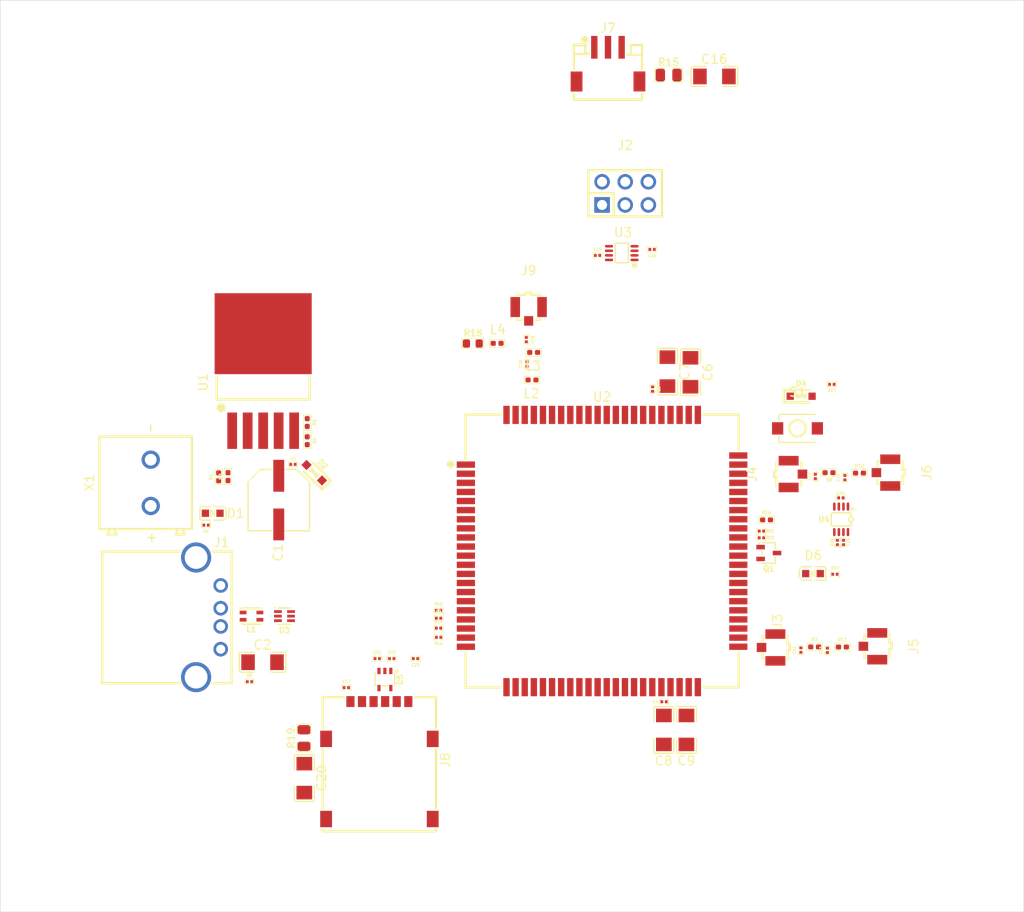
<source format=kicad_pcb>
(kicad_pcb (version 20241229) (generator "pcbnew") (generator_version "9.0")
  (layers (0 "F.Cu" signal) (4 "In1.Cu" signal) (6 "In2.Cu" signal) (2 "B.Cu" signal) (13 "F.Paste" user) (15 "B.Paste" user) (5 "F.SilkS" user "F.Silkscreen") (7 "B.SilkS" user "B.Silkscreen") (1 "F.Mask" user) (3 "B.Mask" user) (25 "Edge.Cuts" user))
  (net 0 "")
  (net 1 "/VDD_COMM")
  (net 2 "GND")
  (net 3 "Earth_USB")
  (net 4 "VDD_3V3")
  (net 5 "Net-(C11-Pad2)")
  (net 6 "Net-(C12-Pad2)")
  (net 7 "Net-(C13-Pad2)")
  (net 8 "Net-(C14-Pad2)")
  (net 9 "/1V8_COMM")
  (net 10 "Earth_UART")
  (net 11 "/SIM_VCC")
  (net 12 "Net-(C18-Pad2)")
  (net 13 "/GNSS_ANT")
  (net 14 "Net-(C19-Pad2)")
  (net 15 "Earth_SIM")
  (net 16 "/SIM_RST")
  (net 17 "/SIM_CLK")
  (net 18 "/SIM_DATA")
  (net 19 "Net-(D1-A)")
  (net 20 "Net-(D3-I{slash}O2-Pad3)")
  (net 21 "/D+_COMM")
  (net 22 "/VBUS")
  (net 23 "Net-(D3-I{slash}O1-Pad1)")
  (net 24 "/D-_COMM")
  (net 25 "Net-(D4-A)")
  (net 26 "Net-(D6-C)")
  (net 27 "Net-(D6-A)")
  (net 28 "/D-")
  (net 29 "/D+")
  (net 30 "/M_RX_S_TX")
  (net 31 "/M_TX_S_RX_HOST")
  (net 32 "/M_TX_S_RX_OUT")
  (net 33 "/M_RX_S_TX_HOST")
  (net 34 "/M_RX_S_TX_OUT")
  (net 35 "/M_TX_S_RX")
  (net 36 "/MAIN_ANT")
  (net 37 "/AUX_ANT")
  (net 38 "Net-(J5-Pad1)_1")
  (net 39 "Net-(J6-Pad1)_1")
  (net 41 "Net-(L4-Pad2)")
  (net 42 "/NETFLIGHT")
  (net 43 "Net-(U1-EN)")
  (net 44 "/EN")
  (net 45 "Net-(U1-ADJ)")
  (net 46 "Net-(U2A-USIM_RST)")
  (net 47 "Net-(U2A-USIM_VDD)")
  (net 48 "Net-(U2A-USIM_DATA)")
  (net 49 "Net-(U2A-USIM_CLK)")
  (net 50 "Net-(U2A-FLIGHTMODE)")
  (net 51 "Net-(R17-Pad1)")
  (net 52 "Net-(U4-OE)")
  (net 53 "/M_RX_S_TX_1V8")
  (net 59 "Net-(U2A-CTS)")
  (net 62 "Net-(U2A-DCD)")
  (net 64 "Net-(U2A-RTS)")
  (net 67 "/NETLIGHT")
  (net 69 "/M_TX_S_RX_1V8")
  (net 71 "/COMM_SDA")
  (net 77 "Net-(U2A-RI)")
  (net 80 "/COMM_SCL")
  (net 85 "Net-(U2A-DTR)")
  (net 92 "/nRST")
  (net 100 "Net-(U2A-STATUS)")
  (net 103 "/SDA")
  (net 104 "/SCL")
  (footprint "pepy_sym_lib:[RES_SMD_0805_2012Metric]" (layer "F.Cu") (at 63.32 95.29 90)
    (property "Reference" "R19" (at 0 -1.41 90) (layer "F.SilkS") (effects (font (size 0.8 0.8))))
    (property "Value" "0805W8F1004T5E" (hide yes))
    (pad "1" smd roundrect (at -0.9125 0 90) (size 1.025 1.4) (layers "F.Cu" "F.Mask" "F.Paste") (roundrect_rratio 0.243902) (net 15 "Earth_SIM"))
    (pad "2" smd roundrect (at 0.9125 0 90) (size 1.025 1.4) (layers "F.Cu" "F.Mask" "F.Paste") (roundrect_rratio 0.243902) (net 2 "GND"))
  )
  (footprint "pepy_sym_lib:[ESD_PROT]WILLSEMI ESD56151W05-2TR" (layer "F.Cu") (at 117.89 57.75)
    (property "Reference" "D4" (at 0 -1.41 0) (layer "F.SilkS") (effects (font (size 0.6 0.6))))
    (property "Value" "ESD56151W05" (hide yes))
    (pad "1" smd rect (at -1.2 0) (size 0.8 0.8) (layers "F.Cu" "F.Mask" "F.Paste") (net 2 "GND"))
    (pad "2" smd rect (at 1.2 0) (size 0.8 0.8) (layers "F.Cu" "F.Mask" "F.Paste") (net 25 "Net-(D4-A)"))
  )
  (footprint "pepy_sym_lib:[IND_SMD_0402_1005Metric]" (layer "F.Cu") (at 84.539705 51.93793)
    (property "Reference" "L4" (at 0.05 -1.5 0) (layer "F.SilkS"))
    (property "Value" "LQG15HS3N0S02D")
    (pad "1" smd roundrect (at -0.449705 0.004141) (size 0.57 0.54) (layers "F.Cu" "F.Mask" "F.Paste") (net 14 "Net-(C19-Pad2)"))
    (pad "2" smd roundrect (at 0.410295 0.004141) (size 0.57 0.54) (layers "F.Cu" "F.Mask" "F.Paste") (net 41 "Net-(L4-Pad2)"))
  )
  (footprint "pepy_sym_lib:[USB_A_4P_RA_FEMALE]XUNPU USB-231-ARY" (layer "F.Cu") (at 52.83 82.03 -90)
    (property "Reference" "J1" (at -8.23 -1.45 0) (layer "F.SilkS"))
    (property "Value" "USB-231-ARY" (hide yes))
    (pad "1" thru_hole circle (at -3.5 -1.35 270) (size 1.6 1.6) (drill 0.999998) (layers "*.Cu" "*.Mask") (net 22 "/VBUS"))
    (pad "2" thru_hole circle (at -1 -1.35 270) (size 1.6 1.6) (drill 0.999998) (layers "*.Cu" "*.Mask") (net 28 "/D-"))
    (pad "3" thru_hole circle (at 1 -1.35 270) (size 1.6 1.6) (drill 0.999998) (layers "*.Cu" "*.Mask") (net 29 "/D+"))
    (pad "4" thru_hole circle (at 3.5 -1.35 270) (size 1.6 1.6) (drill 0.999998) (layers "*.Cu" "*.Mask") (net 2 "GND"))
    (pad "5" thru_hole circle (at -6.57 1.35 270) (size 3.3 3.3) (drill 2.50002) (layers "*.Cu" "*.Mask") (net 3 "Earth_USB"))
    (pad "6" thru_hole circle (at 6.57 1.35 270) (size 3.3 3.3) (drill 2.50002) (layers "*.Cu" "*.Mask") (net 3 "Earth_USB"))
  )
  (footprint "pepy_sym_lib:[U_SIM]XUNPU SMN-305-ARP7" (layer "F.Cu") (at 71.6 97.73)
    (property "Reference" "J8" (at 7.24 0.01 90) (layer "F.SilkS"))
    (property "Value" "SMN-305-ARP7" (hide yes))
    (pad "1" smd rect (at -3.18 -6.45) (size 0.9 1.2) (layers "F.Cu" "F.Mask" "F.Paste") (net 11 "/SIM_VCC"))
    (pad "2" smd rect (at -0.64 -6.45) (size 0.9 1.2) (layers "F.Cu" "F.Mask" "F.Paste") (net 16 "/SIM_RST"))
    (pad "3" smd rect (at 1.9 -6.45) (size 0.9 1.2) (layers "F.Cu" "F.Mask" "F.Paste") (net 17 "/SIM_CLK"))
    (pad "5" smd rect (at -1.91 -6.45) (size 0.9 1.2) (layers "F.Cu" "F.Mask" "F.Paste") (net 2 "GND"))
    (pad "6" smd rect (at 0.63 -6.45) (size 0.9 1.2) (layers "F.Cu" "F.Mask" "F.Paste"))
    (pad "7" smd rect (at 3.17 -6.45) (size 0.9 1.2) (layers "F.Cu" "F.Mask" "F.Paste") (net 18 "/SIM_DATA"))
    (pad "8" smd rect (at -5.85 6.45) (size 1.3 1.8) (layers "F.Cu" "F.Mask" "F.Paste") (net 15 "Earth_SIM"))
    (pad "9" smd rect (at -5.85 -2.35) (size 1.3 1.8) (layers "F.Cu" "F.Mask" "F.Paste") (net 15 "Earth_SIM"))
    (pad "10" smd rect (at 5.85 -2.35) (size 1.3 1.8) (layers "F.Cu" "F.Mask" "F.Paste") (net 15 "Earth_SIM"))
    (pad "11" smd rect (at 5.85 6.45) (size 1.3 1.8) (layers "F.Cu" "F.Mask" "F.Paste") (net 15 "Earth_SIM"))
  )
  (footprint "pepy_sym_lib:[CAP_SMD_1206_3216Metric]" (layer "F.Cu") (at 105.74 55.12 -90)
    (property "Reference" "C6" (at 0 -1.9 270) (layer "F.SilkS"))
    (property "Value" "CL31A107MQHNNNE" (hide yes))
    (pad "1" smd rect (at -1.59 0 270) (size 1.49 1.73) (layers "F.Cu" "F.Mask" "F.Paste") (net 2 "GND"))
    (pad "2" smd rect (at 1.59 0 270) (size 1.49 1.73) (layers "F.Cu" "F.Mask" "F.Paste") (net 1 "/VDD_COMM"))
  )
  (footprint "pepy_sym_lib:[CAP_SMD_0201_0603Metric]" (layer "F.Cu") (at 119.45 66.56 90)
    (property "Reference" "C12" (at 0 -0.7 90) (layer "F.SilkS") (effects (font (size 0.3 0.3) (thickness 0.075) (bold yes))))
    (property "Value" "GRM0335C1H100JA01D" (hide yes))
    (pad "1" smd rect (at -0.24 0 90) (size 0.3 0.32) (layers "F.Cu" "F.Mask" "F.Paste") (net 2 "GND"))
    (pad "2" smd rect (at 0.24 0 90) (size 0.3 0.32) (layers "F.Cu" "F.Mask" "F.Paste") (net 6 "Net-(C12-Pad2)"))
  )
  (footprint "pepy_sym_lib:[GSM_3G_LTE]SIMCom Wireless Solutions SIM7600E" (layer "F.Cu") (at 96.04 74.749482)
    (property "Reference" "U2" (at 0 -16.939482 0) (layer "F.SilkS"))
    (property "Value" "SIM7600E")
    (pad "1" smd rect (at -14.95 -9.49) (size 2 0.7) (layers "F.Cu" "F.Mask" "F.Paste") (net 2 "GND"))
    (pad "2" smd rect (at -14.95 -8.49) (size 2 0.7) (layers "F.Cu" "F.Mask" "F.Paste") (net 2 "GND"))
    (pad "3" smd rect (at -14.95 -7.49) (size 2 0.7) (layers "F.Cu" "F.Mask" "F.Paste") (net 2 "GND"))
    (pad "4" smd rect (at -14.95 -6.49) (size 2 0.7) (layers "F.Cu" "F.Mask" "F.Paste") (net 92 "/nRST"))
    (pad "5" smd rect (at -14.95 -5.49) (size 2 0.7) (layers "F.Cu" "F.Mask" "F.Paste") (net 2 "GND"))
    (pad "6" smd rect (at -14.95 -4.49) (size 2 0.7) (layers "F.Cu" "F.Mask" "F.Paste"))
    (pad "7" smd rect (at -14.95 -3.49) (size 2 0.7) (layers "F.Cu" "F.Mask" "F.Paste"))
    (pad "8" smd rect (at -14.95 -2.49) (size 2 0.7) (layers "F.Cu" "F.Mask" "F.Paste"))
    (pad "9" smd rect (at -14.95 -1.49) (size 2 0.7) (layers "F.Cu" "F.Mask" "F.Paste"))
    (pad "10" smd rect (at -14.95 -0.49) (size 2 0.7) (layers "F.Cu" "F.Mask" "F.Paste") (net 2 "GND"))
    (pad "11" smd rect (at -14.95 0.51) (size 2 0.7) (layers "F.Cu" "F.Mask" "F.Paste") (net 22 "/VBUS"))
    (pad "12" smd rect (at -14.95 1.51) (size 2 0.7) (layers "F.Cu" "F.Mask" "F.Paste") (net 24 "/D-_COMM"))
    (pad "13" smd rect (at -14.95 2.51) (size 2 0.7) (layers "F.Cu" "F.Mask" "F.Paste") (net 21 "/D+_COMM"))
    (pad "14" smd rect (at -14.95 3.51) (size 2 0.7) (layers "F.Cu" "F.Mask" "F.Paste") (net 2 "GND"))
    (pad "15" smd rect (at -14.95 4.51) (size 2 0.7) (layers "F.Cu" "F.Mask" "F.Paste") (net 9 "/1V8_COMM"))
    (pad "16" smd rect (at -14.95 5.51) (size 2 0.7) (layers "F.Cu" "F.Mask" "F.Paste"))
    (pad "17" smd rect (at -14.95 6.51) (size 2 0.7) (layers "F.Cu" "F.Mask" "F.Paste") (net 48 "Net-(U2A-USIM_DATA)"))
    (pad "18" smd rect (at -14.95 7.51) (size 2 0.7) (layers "F.Cu" "F.Mask" "F.Paste") (net 46 "Net-(U2A-USIM_RST)"))
    (pad "19" smd rect (at -14.95 8.51) (size 2 0.7) (layers "F.Cu" "F.Mask" "F.Paste") (net 49 "Net-(U2A-USIM_CLK)"))
    (pad "20" smd rect (at -14.95 9.51) (size 2 0.7) (layers "F.Cu" "F.Mask" "F.Paste") (net 47 "Net-(U2A-USIM_VDD)"))
    (pad "21" smd rect (at -9.49 14.95) (size 0.7 2) (layers "F.Cu" "F.Mask" "F.Paste"))
    (pad "22" smd rect (at -8.49 14.95) (size 0.7 2) (layers "F.Cu" "F.Mask" "F.Paste"))
    (pad "23" smd rect (at -7.49 14.95) (size 0.7 2) (layers "F.Cu" "F.Mask" "F.Paste"))
    (pad "24" smd rect (at -6.49 14.95) (size 0.7 2) (layers "F.Cu" "F.Mask" "F.Paste"))
    (pad "25" smd rect (at -5.49 14.95) (size 0.7 2) (layers "F.Cu" "F.Mask" "F.Paste"))
    (pad "26" smd rect (at -4.49 14.95) (size 0.7 2) (layers "F.Cu" "F.Mask" "F.Paste"))
    (pad "27" smd rect (at -3.49 14.95) (size 0.7 2) (layers "F.Cu" "F.Mask" "F.Paste"))
    (pad "28" smd rect (at -2.49 14.95) (size 0.7 2) (layers "F.Cu" "F.Mask" "F.Paste"))
    (pad "29" smd rect (at -1.49 14.95) (size 0.7 2) (layers "F.Cu" "F.Mask" "F.Paste"))
    (pad "30" smd rect (at -0.49 14.95) (size 0.7 2) (layers "F.Cu" "F.Mask" "F.Paste"))
    (pad "31" smd rect (at 0.51 14.95) (size 0.7 2) (layers "F.Cu" "F.Mask" "F.Paste"))
    (pad "32" smd rect (at 1.51 14.95) (size 0.7 2) (layers "F.Cu" "F.Mask" "F.Paste"))
    (pad "33" smd rect (at 2.51 14.95) (size 0.7 2) (layers "F.Cu" "F.Mask" "F.Paste"))
    (pad "34" smd rect (at 3.51 14.95) (size 0.7 2) (layers "F.Cu" "F.Mask" "F.Paste"))
    (pad "35" smd rect (at 4.51 14.95) (size 0.7 2) (layers "F.Cu" "F.Mask" "F.Paste"))
    (pad "36" smd rect (at 5.51 14.95) (size 0.7 2) (layers "F.Cu" "F.Mask" "F.Paste"))
    (pad "37" smd rect (at 6.51 14.95) (size 0.7 2) (layers "F.Cu" "F.Mask" "F.Paste") (net 2 "GND"))
    (pad "38" smd rect (at 7.51 14.95) (size 0.7 2) (layers "F.Cu" "F.Mask" "F.Paste") (net 1 "/VDD_COMM"))
    (pad "39" smd rect (at 8.51 14.95) (size 0.7 2) (layers "F.Cu" "F.Mask" "F.Paste") (net 1 "/VDD_COMM"))
    (pad "40" smd rect (at 9.51 14.95) (size 0.7 2) (layers "F.Cu" "F.Mask" "F.Paste") (net 2 "GND"))
    (pad "41" smd rect (at 14.95 9.51) (size 2 0.7) (layers "F.Cu" "F.Mask" "F.Paste") (net 2 "GND"))
    (pad "42" smd rect (at 14.95 8.51) (size 2 0.7) (layers "F.Cu" "F.Mask" "F.Paste"))
    (pad "43" smd rect (at 14.95 7.51) (size 2 0.7) (layers "F.Cu" "F.Mask" "F.Paste") (net 2 "GND"))
    (pad "44" smd rect (at 14.95 6.51) (size 2 0.7) (layers "F.Cu" "F.Mask" "F.Paste"))
    (pad "45" smd rect (at 14.95 5.51) (size 2 0.7) (layers "F.Cu" "F.Mask" "F.Paste"))
    (pad "46" smd rect (at 14.95 4.51) (size 2 0.7) (layers "F.Cu" "F.Mask" "F.Paste"))
    (pad "47" smd rect (at 14.95 3.51) (size 2 0.7) (layers "F.Cu" "F.Mask" "F.Paste"))
    (pad "48" smd rect (at 14.95 2.51) (size 2 0.7) (layers "F.Cu" "F.Mask" "F.Paste"))
    (pad "49" smd rect (at 14.95 1.51) (size 2 0.7) (layers "F.Cu" "F.Mask" "F.Paste") (net 100 "Net-(U2A-STATUS)"))
    (pad "50" smd rect (at 14.95 0.51) (size 2 0.7) (layers "F.Cu" "F.Mask" "F.Paste"))
    (pad "51" smd rect (at 14.95 -0.49) (size 2 0.7) (layers "F.Cu" "F.Mask" "F.Paste") (net 67 "/NETLIGHT"))
    (pad "52" smd rect (at 14.95 -1.49) (size 2 0.7) (layers "F.Cu" "F.Mask" "F.Paste"))
    (pad "53" smd rect (at 14.95 -2.49) (size 2 0.7) (layers "F.Cu" "F.Mask" "F.Paste"))
    (pad "54" smd rect (at 14.95 -3.49) (size 2 0.7) (layers "F.Cu" "F.Mask" "F.Paste") (net 50 "Net-(U2A-FLIGHTMODE)"))
    (pad "55" smd rect (at 14.95 -4.49) (size 2 0.7) (layers "F.Cu" "F.Mask" "F.Paste") (net 80 "/COMM_SCL"))
    (pad "56" smd rect (at 14.95 -5.49) (size 2 0.7) (layers "F.Cu" "F.Mask" "F.Paste") (net 71 "/COMM_SDA"))
    (pad "57" smd rect (at 14.95 -6.49) (size 2 0.7) (layers "F.Cu" "F.Mask" "F.Paste") (net 2 "GND"))
    (pad "58" smd rect (at 14.95 -7.49) (size 2 0.7) (layers "F.Cu" "F.Mask" "F.Paste") (net 2 "GND"))
    (pad "59" smd rect (at 14.95 -8.49) (size 2 0.7) (layers "F.Cu" "F.Mask" "F.Paste") (net 37 "/AUX_ANT"))
    (pad "60" smd rect (at 14.95 -9.49) (size 2 0.7) (layers "F.Cu" "F.Mask" "F.Paste") (net 2 "GND"))
    (pad "61" smd rect (at 9.51 -14.95 90) (size 2 0.7) (layers "F.Cu" "F.Mask" "F.Paste") (net 2 "GND"))
    (pad "62" smd rect (at 8.51 -14.95 90) (size 2 0.7) (layers "F.Cu" "F.Mask" "F.Paste") (net 1 "/VDD_COMM"))
    (pad "63" smd rect (at 7.51 -14.95 90) (size 2 0.7) (layers "F.Cu" "F.Mask" "F.Paste") (net 1 "/VDD_COMM"))
    (pad "64" smd rect (at 6.51 -14.95 90) (size 2 0.7) (layers "F.Cu" "F.Mask" "F.Paste") (net 2 "GND"))
    (pad "65" smd rect (at 5.51 -14.95 90) (size 2 0.7) (layers "F.Cu" "F.Mask" "F.Paste") (net 2 "GND"))
    (pad "66" smd rect (at 4.51 -14.95 90) (size 2 0.7) (layers "F.Cu" "F.Mask" "F.Paste") (net 64 "Net-(U2A-RTS)"))
    (pad "67" smd rect (at 3.51 -14.95 90) (size 2 0.7) (layers "F.Cu" "F.Mask" "F.Paste") (net 59 "Net-(U2A-CTS)"))
    (pad "68" smd rect (at 2.51 -14.95 90) (size 2 0.7) (layers "F.Cu" "F.Mask" "F.Paste") (net 69 "/M_TX_S_RX_1V8"))
    (pad "69" smd rect (at 1.51 -14.95 90) (size 2 0.7) (layers "F.Cu" "F.Mask" "F.Paste") (net 77 "Net-(U2A-RI)"))
    (pad "70" smd rect (at 0.51 -14.95 90) (size 2 0.7) (layers "F.Cu" "F.Mask" "F.Paste") (net 62 "Net-(U2A-DCD)"))
    (pad "71" smd rect (at -0.49 -14.95 90) (size 2 0.7) (layers "F.Cu" "F.Mask" "F.Paste") (net 53 "/M_RX_S_TX_1V8"))
    (pad "72" smd rect (at -1.49 -14.95 90) (size 2 0.7) (layers "F.Cu" "F.Mask" "F.Paste") (net 85 "Net-(U2A-DTR)"))
    (pad "73" smd rect (at -2.49 -14.95 90) (size 2 0.7) (layers "F.Cu" "F.Mask" "F.Paste"))
    (pad "74" smd rect (at -3.49 -14.95 90) (size 2 0.7) (layers "F.Cu" "F.Mask" "F.Paste"))
    (pad "75" smd rect (at -4.49 -14.95 90) (size 2 0.7) (layers "F.Cu" "F.Mask" "F.Paste"))
    (pad "76" smd rect (at -5.49 -14.95 90) (size 2 0.7) (layers "F.Cu" "F.Mask" "F.Paste"))
    (pad "77" smd rect (at -6.49 -14.95 90) (size 2 0.7) (layers "F.Cu" "F.Mask" "F.Paste") (net 2 "GND"))
    (pad "78" smd rect (at -7.49 -14.95 90) (size 2 0.7) (layers "F.Cu" "F.Mask" "F.Paste") (net 2 "GND"))
    (pad "79" smd rect (at -8.49 -14.95 90) (size 2 0.7) (layers "F.Cu" "F.Mask" "F.Paste") (net 13 "/GNSS_ANT"))
    (pad "80" smd rect (at -9.49 -14.95 90) (size 2 0.7) (layers "F.Cu" "F.Mask" "F.Paste") (net 2 "GND"))
    (pad "81" smd rect (at -14.95 10.51) (size 2 0.7) (layers "F.Cu" "F.Mask" "F.Paste") (net 2 "GND"))
    (pad "82" smd rect (at 14.95 10.51) (size 2 0.7) (layers "F.Cu" "F.Mask" "F.Paste") (net 36 "/MAIN_ANT"))
    (pad "83" smd rect (at 10.51 14.95) (size 0.7 2) (layers "F.Cu" "F.Mask" "F.Paste"))
    (pad "84" smd rect (at -10.49 14.95) (size 0.7 2) (layers "F.Cu" "F.Mask" "F.Paste"))
    (pad "85" smd rect (at 14.95 -10.49) (size 2 0.7) (layers "F.Cu" "F.Mask" "F.Paste") (net 25 "Net-(D4-A)"))
    (pad "86" smd rect (at -10.49 -14.95 90) (size 2 0.7) (layers "F.Cu" "F.Mask" "F.Paste"))
    (pad "87" smd rect (at 10.51 -14.95 90) (size 2 0.7) (layers "F.Cu" "F.Mask" "F.Paste"))
  )
  (footprint "pepy_sym_lib:[ESD_PROT]STMicroelectronics USBLC6-2P6" (layer "F.Cu") (at 61.18 81.9 180)
    (property "Reference" "D3" (at 0 -1.55 180) (layer "F.SilkS") (effects (font (size 0.6 0.6))))
    (property "Value" "USBLC6-2P6" (hide yes))
    (pad "1" smd rect (at 0.72 0.5 270) (size 0.3 0.85) (layers "F.Cu" "F.Mask" "F.Paste") (net 23 "Net-(D3-I{slash}O1-Pad1)"))
    (pad "2" smd rect (at 0.72 0 270) (size 0.3 0.85) (layers "F.Cu" "F.Mask" "F.Paste") (net 2 "GND"))
    (pad "3" smd rect (at 0.72 -0.5 270) (size 0.3 0.85) (layers "F.Cu" "F.Mask" "F.Paste") (net 20 "Net-(D3-I{slash}O2-Pad3)"))
    (pad "4" smd rect (at -0.72 -0.5 270) (size 0.3 0.85) (layers "F.Cu" "F.Mask" "F.Paste") (net 21 "/D+_COMM"))
    (pad "5" smd rect (at -0.72 0 270) (size 0.3 0.85) (layers "F.Cu" "F.Mask" "F.Paste") (net 22 "/VBUS"))
    (pad "6" smd rect (at -0.72 0.5 270) (size 0.3 0.85) (layers "F.Cu" "F.Mask" "F.Paste") (net 24 "/D-_COMM"))
  )
  (footprint "pepy_sym_lib:[LED]Lite-On LTST-C190KRKT" (layer "F.Cu") (at 53.27 70.59 180)
    (property "Reference" "D1" (at -2.5434 -0.02 0) (layer "F.SilkS"))
    (property "Value" "LTST-C190KRKT" (hide yes))
    (pad "1" smd rect (at 0.77 -0.01 270) (size 0.8 0.8) (layers "F.Cu" "F.Mask" "F.Paste") (net 19 "Net-(D1-A)"))
    (pad "2" smd rect (at -0.83 -0.01 270) (size 0.8 0.8) (layers "F.Cu" "F.Mask" "F.Paste") (net 2 "GND"))
  )
  (footprint "pepy_sym_lib:[CAP_SMD_0201_0603Metric]" (layer "F.Cu") (at 62.10982 65.237911 180)
    (property "Reference" "C3" (at 0 0.6 0) (layer "F.SilkS") (effects (font (size 0.3 0.3) (thickness 0.075) (bold yes))))
    (property "Value" "CC0201KRX5R6BB104" (hide yes))
    (pad "1" smd rect (at -0.24 0 180) (size 0.3 0.32) (layers "F.Cu" "F.Mask" "F.Paste") (net 2 "GND"))
    (pad "2" smd rect (at 0.24 0 180) (size 0.3 0.32) (layers "F.Cu" "F.Mask" "F.Paste") (net 1 "/VDD_COMM"))
  )
  (footprint "pepy_sym_lib:[CAP_SMD_0201_0603Metric]" (layer "F.Cu") (at 67.97 89.75)
    (property "Reference" "C17" (at 0 -0.7 0) (layer "F.SilkS") (effects (font (size 0.3 0.3) (thickness 0.075) (bold yes))))
    (property "Value" "CC0201KRX5R6BB104" (hide yes))
    (pad "1" smd rect (at -0.24 0) (size 0.3 0.32) (layers "F.Cu" "F.Mask" "F.Paste") (net 2 "GND"))
    (pad "2" smd rect (at 0.24 0) (size 0.3 0.32) (layers "F.Cu" "F.Mask" "F.Paste") (net 11 "/SIM_VCC"))
  )
  (footprint "pepy_sym_lib:[RES_SMD_0402_1005Metric]" (layer "F.Cu") (at 122.42 85.29)
    (property "Reference" "R11" (at 0 -0.8 0) (layer "F.SilkS") (effects (font (size 0.35 0.35) (thickness 0.0875))))
    (property "Value" "0402WGF0000TCE" (hide yes))
    (pad "1" smd roundrect (at -0.43 0) (size 0.57 0.54) (layers "F.Cu" "F.Mask" "F.Paste") (net 7 "Net-(C13-Pad2)"))
    (pad "2" smd roundrect (at 0.43 0) (size 0.57 0.54) (layers "F.Cu" "F.Mask" "F.Paste") (net 38 "Net-(J5-Pad1)_1"))
  )
  (footprint "pepy_sym_lib:[RES_SMD_0402_1005Metric]" (layer "F.Cu") (at 63.67982 62.637911 -90)
    (property "Reference" "R4" (at 0 -0.8 90) (layer "F.SilkS") (effects (font (size 0.35 0.35) (thickness 0.0875))))
    (property "Value" "RC0402FR-07100KL" (hide yes))
    (pad "1" smd roundrect (at -0.43 0 270) (size 0.57 0.54) (layers "F.Cu" "F.Mask" "F.Paste") (net 45 "Net-(U1-ADJ)"))
    (pad "2" smd roundrect (at 0.43 0 270) (size 0.57 0.54) (layers "F.Cu" "F.Mask" "F.Paste") (net 1 "/VDD_COMM"))
  )
  (footprint "pepy_sym_lib:[1x2_SCREW_TERMINAL_BLOCK]Ningbo Kangnex Elec WJ500V-5.08-2P" (layer "F.Cu") (at 46.5 67.26 90)
    (property "Reference" "X1" (at 0.02 -6.72 90) (layer "F.SilkS"))
    (property "Value" "WJ500V-5.08-2P-14-00A" (hide yes))
    (pad "1" thru_hole circle (at -2.54 0 270) (size 2 2) (drill 1.300023) (layers "*.Cu" "*.Mask") (net 22 "/VBUS"))
    (pad "2" thru_hole circle (at 2.54 0 270) (size 2 2) (drill 1.300023) (layers "*.Cu" "*.Mask") (net 2 "GND"))
  )
  (footprint "pepy_sym_lib:[COMMON_MODE_FILTER]Murata Electronics DLW21SN900SQ2L" (layer "F.Cu") (at 57.56 81.9 -90)
    (property "Reference" "L1" (at 1.45 0.03 0) (layer "F.SilkS") (effects (font (size 0.6 0.6))))
    (property "Value" "DLW21SN900SQ2L" (hide yes))
    (pad "1" smd rect (at -0.4 0.92) (size 0.75 0.4) (layers "F.Cu" "F.Mask" "F.Paste") (net 28 "/D-"))
    (pad "2" smd rect (at -0.4 -0.92) (size 0.75 0.4) (layers "F.Cu" "F.Mask" "F.Paste") (net 23 "Net-(D3-I{slash}O1-Pad1)"))
    (pad "3" smd rect (at 0.4 -0.92) (size 0.75 0.4) (layers "F.Cu" "F.Mask" "F.Paste") (net 20 "Net-(D3-I{slash}O2-Pad3)"))
    (pad "4" smd rect (at 0.4 0.92) (size 0.75 0.4) (layers "F.Cu" "F.Mask" "F.Paste") (net 29 "/D+"))
  )
  (footprint "pepy_sym_lib:[RES_SMD_0402_1005Metric]" (layer "F.Cu") (at 120.945 66.145 180)
    (property "Reference" "R8" (at 0 -0.8 180) (layer "F.SilkS") (effects (font (size 0.35 0.35) (thickness 0.0875))))
    (property "Value" "0402WGF0000TCE" (hide yes))
    (pad "1" smd roundrect (at -0.43 0 180) (size 0.57 0.54) (layers "F.Cu" "F.Mask" "F.Paste") (net 6 "Net-(C12-Pad2)"))
    (pad "2" smd roundrect (at 0.43 0 180) (size 0.57 0.54) (layers "F.Cu" "F.Mask" "F.Paste") (net 8 "Net-(C14-Pad2)"))
  )
  (footprint "pepy_sym_lib:[CAP_SMD_AL_ELECTROLYTIC]ROQANG RVT1A331M0607" (layer "F.Cu") (at 60.54982 69.157911 -90)
    (property "Reference" "C1" (at 5.77 0.07 90) (layer "F.SilkS"))
    (property "Value" "RVT1A331M0607" (hide yes))
    (pad "1" smd rect (at -2.67 0 270) (size 3.5 1.2) (layers "F.Cu" "F.Mask" "F.Paste") (net 1 "/VDD_COMM"))
    (pad "2" smd rect (at 2.67 0 270) (size 3.5 1.2) (layers "F.Cu" "F.Mask" "F.Paste") (net 2 "GND"))
  )
  (footprint "pepy_sym_lib:[JST_1X3P_1_5MM_R_ANGLE]JST S3B-ZR-SM4A-TF(LF)(SN)" (layer "F.Cu") (at 96.6875 21.31)
    (property "Reference" "J7" (at 0 -4 0) (layer "F.SilkS"))
    (property "Value" "S3B-ZR-SM4A-TF(LF)(SN)" (hide yes))
    (pad "1" smd rect (at -1.5 -1.88) (size 0.7 2.5) (layers "F.Cu" "F.Mask" "F.Paste") (net 32 "/M_TX_S_RX_OUT"))
    (pad "2" smd rect (at 0 -1.88) (size 0.7 2.5) (layers "F.Cu" "F.Mask" "F.Paste") (net 2 "GND"))
    (pad "3" smd rect (at 1.5 -1.88) (size 0.7 2.5) (layers "F.Cu" "F.Mask" "F.Paste") (net 34 "/M_RX_S_TX_OUT"))
    (pad "4" smd rect (at 3.45 1.87) (size 1.3 2.2) (layers "F.Cu" "F.Mask" "F.Paste") (net 10 "Earth_UART"))
    (pad "5" smd rect (at -3.45 1.88) (size 1.3 2.2) (layers "F.Cu" "F.Mask" "F.Paste") (net 10 "Earth_UART"))
  )
  (footprint "pepy_sym_lib:[RES_SMD_0402_1005Metric]" (layer "F.Cu") (at 63.67982 60.637911 -90)
    (property "Reference" "R5" (at 0 -0.8 90) (layer "F.SilkS") (effects (font (size 0.35 0.35) (thickness 0.0875))))
    (property "Value" "0402WGF4702TCE" (hide yes))
    (pad "1" smd roundrect (at -0.43 0 270) (size 0.57 0.54) (layers "F.Cu" "F.Mask" "F.Paste") (net 2 "GND"))
    (pad "2" smd roundrect (at 0.43 0 270) (size 0.57 0.54) (layers "F.Cu" "F.Mask" "F.Paste") (net 45 "Net-(U1-ADJ)"))
  )
  (footprint "pepy_sym_lib:[RES_SMD_0201_0603Metric]" (layer "F.Cu") (at 78.09 81.27)
    (property "Reference" "R13" (at 0 -0.7 0) (layer "F.SilkS") (effects (font (size 0.3 0.3) (thickness 0.075))))
    (property "Value" "RC0201FR-0733RL" (hide yes))
    (pad "1" smd rect (at -0.24 0) (size 0.3 0.32) (layers "F.Cu" "F.Mask" "F.Paste") (net 18 "/SIM_DATA"))
    (pad "2" smd rect (at 0.24 0) (size 0.3 0.32) (layers "F.Cu" "F.Mask" "F.Paste") (net 48 "Net-(U2A-USIM_DATA)"))
  )
  (footprint "pepy_sym_lib:[SMD_COAXIAL_CONNECTOR]HRS(Hirose) U.FL-R-SMT-1(80)" (layer "F.Cu") (at 117.275 66.3 90)
    (property "Reference" "J4" (at 0 -4.76 90) (layer "F.SilkS"))
    (property "Value" "U.FL-R-SMT-1(80)")
    (pad "1" smd rect (at 0 0.76 90) (size 1 1.05) (layers "F.Cu" "F.Mask" "F.Paste") (net 37 "/AUX_ANT"))
    (pad "2" smd rect (at -1.47 -0.76 90) (size 1.05 2.2) (layers "F.Cu" "F.Mask" "F.Paste") (net 2 "GND"))
    (pad "3" smd rect (at 1.47 -0.76 90) (size 1.05 2.2) (layers "F.Cu" "F.Mask" "F.Paste"))
  )
  (footprint "pepy_sym_lib:[RES_SMD_0201_0603Metric]" (layer "F.Cu") (at 52.5734 71.91 180)
    (property "Reference" "R3" (at 0 -0.7 0) (layer "F.SilkS") (effects (font (size 0.3 0.3) (thickness 0.075))))
    (property "Value" "RC0201FR-07470RL" (hide yes))
    (pad "1" smd rect (at -0.24 0 180) (size 0.3 0.32) (layers "F.Cu" "F.Mask" "F.Paste") (net 19 "Net-(D1-A)"))
    (pad "2" smd rect (at 0.24 0 180) (size 0.3 0.32) (layers "F.Cu" "F.Mask" "F.Paste") (net 22 "/VBUS"))
  )
  (footprint "pepy_sym_lib:[CAP_SMD_0201_0603Metric]" (layer "F.Cu") (at 101.53 41.63 180)
    (property "Reference" "C10" (at 0 -0.7 180) (layer "F.SilkS") (effects (font (size 0.3 0.3) (thickness 0.075) (bold yes))))
    (property "Value" "CC0201KRX5R6BB104" (hide yes))
    (pad "1" smd rect (at -0.24 0 180) (size 0.3 0.32) (layers "F.Cu" "F.Mask" "F.Paste") (net 2 "GND"))
    (pad "2" smd rect (at 0.24 0 180) (size 0.3 0.32) (layers "F.Cu" "F.Mask" "F.Paste") (net 4 "VDD_3V3"))
  )
  (footprint "pepy_sym_lib:[RES_SMD_0805_2012Metric]" (layer "F.Cu") (at 103.3475 22.48)
    (property "Reference" "R15" (at 0 -1.41 0) (layer "F.SilkS") (effects (font (size 0.8 0.8))))
    (property "Value" "0805W8F1004T5E" (hide yes))
    (pad "1" smd roundrect (at -0.9125 0) (size 1.025 1.4) (layers "F.Cu" "F.Mask" "F.Paste") (roundrect_rratio 0.243902) (net 10 "Earth_UART"))
    (pad "2" smd roundrect (at 0.9125 0) (size 1.025 1.4) (layers "F.Cu" "F.Mask" "F.Paste") (roundrect_rratio 0.243902) (net 2 "GND"))
  )
  (footprint "pepy_sym_lib:[CAP_SMD_0201_0603Metric]" (layer "F.Cu") (at 117.86 85.63 90)
    (property "Reference" "C11" (at 0 -0.7 90) (layer "F.SilkS") (effects (font (size 0.3 0.3) (thickness 0.075) (bold yes))))
    (property "Value" "GRM0335C1H100JA01D" (hide yes))
    (pad "1" smd rect (at -0.24 0 90) (size 0.3 0.32) (layers "F.Cu" "F.Mask" "F.Paste") (net 2 "GND"))
    (pad "2" smd rect (at 0.24 0 90) (size 0.3 0.32) (layers "F.Cu" "F.Mask" "F.Paste") (net 5 "Net-(C11-Pad2)"))
  )
  (footprint "pepy_sym_lib:[RES_SMD_0402_1005Metric]" (layer "F.Cu") (at 114.09 71.33)
    (property "Reference" "R16" (at 0 -0.8 0) (layer "F.SilkS") (effects (font (size 0.35 0.35) (thickness 0.0875))))
    (property "Value" "RC0402FR-071KL" (hide yes))
    (pad "1" smd roundrect (at -0.43 0) (size 0.57 0.54) (layers "F.Cu" "F.Mask" "F.Paste") (net 50 "Net-(U2A-FLIGHTMODE)"))
    (pad "2" smd roundrect (at 0.43 0) (size 0.57 0.54) (layers "F.Cu" "F.Mask" "F.Paste") (net 9 "/1V8_COMM"))
  )
  (footprint "pepy_sym_lib:[ESD_PROT]TECH PUBLIC ESDA6V1W5" (layer "F.Cu") (at 72.2 88.86 180)
    (property "Reference" "D5" (at -1.66 0 90) (layer "F.SilkS") (effects (font (size 0.6 0.6))))
    (property "Value" "ESDA6V1W5" (hide yes))
    (pad "1" smd rect (at -0.65 0.94 180) (size 0.35 0.7) (layers "F.Cu" "F.Mask" "F.Paste") (net 18 "/SIM_DATA"))
    (pad "2" smd rect (at 0 0.94 180) (size 0.35 0.7) (layers "F.Cu" "F.Mask" "F.Paste") (net 2 "GND"))
    (pad "3" smd rect (at 0.65 0.94 180) (size 0.35 0.7) (layers "F.Cu" "F.Mask" "F.Paste") (net 11 "/SIM_VCC"))
    (pad "4" smd rect (at 0.65 -0.94 180) (size 0.35 0.7) (layers "F.Cu" "F.Mask" "F.Paste") (net 16 "/SIM_RST"))
    (pad "5" smd rect (at -0.65 -0.94 180) (size 0.35 0.7) (layers "F.Cu" "F.Mask" "F.Paste") (net 17 "/SIM_CLK"))
  )
  (footprint "pepy_sym_lib:[LED]Lite-On LTST-C190KRKT" (layer "F.Cu") (at 119.22 77.24)
    (property "Reference" "D6" (at 0 -2 0) (layer "F.SilkS"))
    (property "Value" "LTST-C190KRKT" (hide yes))
    (pad "1" smd rect (at 0.77 -0.01 90) (size 0.8 0.8) (layers "F.Cu" "F.Mask" "F.Paste") (net 27 "Net-(D6-A)"))
    (pad "2" smd rect (at -0.83 -0.01 90) (size 0.8 0.8) (layers "F.Cu" "F.Mask" "F.Paste") (net 26 "Net-(D6-C)"))
  )
  (footprint "pepy_sym_lib:[CAP_SMD_0201_0603Metric]" (layer "F.Cu") (at 87.73 51.53 -90)
    (property "Reference" "C19" (at 0 -0.7 270) (layer "F.SilkS") (effects (font (size 0.3 0.3) (thickness 0.075) (bold yes))))
    (property "Value" "GRM0335C1H470JA01D" (hide yes))
    (pad "1" smd rect (at -0.24 0 270) (size 0.3 0.32) (layers "F.Cu" "F.Mask" "F.Paste") (net 12 "Net-(C18-Pad2)"))
    (pad "2" smd rect (at 0.24 0 270) (size 0.3 0.32) (layers "F.Cu" "F.Mask" "F.Paste") (net 14 "Net-(C19-Pad2)"))
  )
  (footprint "pepy_sym_lib:[CAP_SMD_0201_0603Metric]" (layer "F.Cu") (at 122.25 68.91)
    (property "Reference" "C24" (at 0 -0.53 180) (layer "F.SilkS") (effects (font (size 0.3 0.3) (thickness 0.075) (bold yes))))
    (property "Value" "CC0201KRX5R6BB104" (hide yes))
    (pad "1" smd rect (at -0.24 0) (size 0.3 0.32) (layers "F.Cu" "F.Mask" "F.Paste") (net 9 "/1V8_COMM"))
    (pad "2" smd rect (at 0.24 0) (size 0.3 0.32) (layers "F.Cu" "F.Mask" "F.Paste") (net 2 "GND"))
  )
  (footprint "pepy_sym_lib:[CAP_SMD_0201_0603Metric]" (layer "F.Cu") (at 75.56 86.56 180)
    (property "Reference" "C23" (at 0 -0.7 0) (layer "F.SilkS") (effects (font (size 0.3 0.3) (thickness 0.075) (bold yes))))
    (property "Value" "GRM0335C1H330JA01D" (hide yes))
    (pad "1" smd rect (at -0.24 0 180) (size 0.3 0.32) (layers "F.Cu" "F.Mask" "F.Paste") (net 2 "GND"))
    (pad "2" smd rect (at 0.24 0 180) (size 0.3 0.32) (layers "F.Cu" "F.Mask" "F.Paste") (net 18 "/SIM_DATA"))
  )
  (footprint "pepy_sym_lib:[SMD_COAXIAL_CONNECTOR]HRS(Hirose) U.FL-R-SMT-1(80)" (layer "F.Cu") (at 125.48 85.21 -90)
    (property "Reference" "J5" (at 0 -4.76 90) (layer "F.SilkS"))
    (property "Value" "U.FL-R-SMT-1(80)")
    (pad "1" smd rect (at 0 0.76 270) (size 1 1.05) (layers "F.Cu" "F.Mask" "F.Paste") (net 38 "Net-(J5-Pad1)_1"))
    (pad "2" smd rect (at -1.47 -0.76 270) (size 1.05 2.2) (layers "F.Cu" "F.Mask" "F.Paste") (net 2 "GND"))
    (pad "3" smd rect (at 1.47 -0.76 270) (size 1.05 2.2) (layers "F.Cu" "F.Mask" "F.Paste"))
  )
  (footprint "pepy_sym_lib:[RES_SMD_0201_0603Metric]" (layer "F.Cu") (at 78.1 84.23 180)
    (property "Reference" "R10" (at 0 -0.7 180) (layer "F.SilkS") (effects (font (size 0.3 0.3) (thickness 0.075))))
    (property "Value" "RC0201FR-0733RL" (hide yes))
    (pad "1" smd rect (at -0.24 0 180) (size 0.3 0.32) (layers "F.Cu" "F.Mask" "F.Paste") (net 11 "/SIM_VCC"))
    (pad "2" smd rect (at 0.24 0 180) (size 0.3 0.32) (layers "F.Cu" "F.Mask" "F.Paste") (net 47 "Net-(U2A-USIM_VDD)"))
  )
  (footprint "pepy_sym_lib:[RES_SMD_0201_0603Metric]" (layer "F.Cu") (at 78.09 82.13)
    (property "Reference" "R9" (at 0 -0.7 0) (layer "F.SilkS") (effects (font (size 0.3 0.3) (thickness 0.075))))
    (property "Value" "RC0201FR-0733RL" (hide yes))
    (pad "1" smd rect (at -0.24 0) (size 0.3 0.32) (layers "F.Cu" "F.Mask" "F.Paste") (net 16 "/SIM_RST"))
    (pad "2" smd rect (at 0.24 0) (size 0.3 0.32) (layers "F.Cu" "F.Mask" "F.Paste") (net 46 "Net-(U2A-USIM_RST)"))
  )
  (footprint "pepy_sym_lib:[CAP_SMD_1206_3216Metric]" (layer "F.Cu") (at 103.21 55.05 -90)
    (property "Reference" "C7" (at 0 -1.9 270) (layer "F.SilkS"))
    (property "Value" "CL31A107MQHNNNE" (hide yes))
    (pad "1" smd rect (at -1.59 0 270) (size 1.49 1.73) (layers "F.Cu" "F.Mask" "F.Paste") (net 2 "GND"))
    (pad "2" smd rect (at 1.59 0 270) (size 1.49 1.73) (layers "F.Cu" "F.Mask" "F.Paste") (net 1 "/VDD_COMM"))
  )
  (footprint "pepy_sym_lib:[NMOS]Nexperia BSS138PW,115" (layer "F.Cu") (at 114.34 74.97 180)
    (property "Reference" "Q1" (at 0 -1.75 180) (layer "F.SilkS") (effects (font (size 0.6 0.6))))
    (property "Value" "BSS138PW,115" (hide yes))
    (pad "1" smd rect (at 0.9 0.65 180) (size 0.94 0.5) (layers "F.Cu" "F.Mask" "F.Paste") (net 42 "/NETFLIGHT"))
    (pad "2" smd rect (at 0.9 -0.65 180) (size 0.94 0.5) (layers "F.Cu" "F.Mask" "F.Paste") (net 2 "GND"))
    (pad "3" smd rect (at -0.9 0 180) (size 0.94 0.5) (layers "F.Cu" "F.Mask" "F.Paste") (net 26 "Net-(D6-C)"))
  )
  (footprint "pepy_sym_lib:[SMD_COAXIAL_CONNECTOR]HRS(Hirose) U.FL-R-SMT-1(80)" (layer "F.Cu") (at 114.3 85.34 -90)
    (property "Reference" "J3" (at -2.85 -1 90) (layer "F.SilkS"))
    (property "Value" "U.FL-R-SMT-1(80)")
    (pad "1" smd rect (at 0 0.76 270) (size 1 1.05) (layers "F.Cu" "F.Mask" "F.Paste") (net 36 "/MAIN_ANT"))
    (pad "2" smd rect (at -1.47 -0.76 270) (size 1.05 2.2) (layers "F.Cu" "F.Mask" "F.Paste") (net 2 "GND"))
    (pad "3" smd rect (at 1.47 -0.76 270) (size 1.05 2.2) (layers "F.Cu" "F.Mask" "F.Paste"))
  )
  (footprint "pepy_sym_lib:[RES_SMD_0201_0603Metric]" (layer "F.Cu") (at 121.87 73.813246 90)
    (property "Reference" "R20" (at -0.006754 -0.57 90) (layer "F.SilkS") (effects (font (size 0.3 0.3) (thickness 0.075))))
    (property "Value" "0201WMF1002TEE" (hide yes))
    (pad "1" smd rect (at -0.24 0 90) (size 0.3 0.32) (layers "F.Cu" "F.Mask" "F.Paste") (net 9 "/1V8_COMM"))
    (pad "2" smd rect (at 0.24 0 90) (size 0.3 0.32) (layers "F.Cu" "F.Mask" "F.Paste") (net 52 "Net-(U4-OE)"))
  )
  (footprint "pepy_sym_lib:[CAP_SMD_0201_0603Metric]" (layer "F.Cu") (at 101.58 56.97 -90)
    (property "Reference" "C5" (at 0 -0.7 270) (layer "F.SilkS") (effects (font (size 0.3 0.3) (thickness 0.075) (bold yes))))
    (property "Value" "CC0201KRX5R6BB104" (hide yes))
    (pad "1" smd rect (at -0.24 0 270) (size 0.3 0.32) (layers "F.Cu" "F.Mask" "F.Paste") (net 2 "GND"))
    (pad "2" smd rect (at 0.24 0 270) (size 0.3 0.32) (layers "F.Cu" "F.Mask" "F.Paste") (net 1 "/VDD_COMM"))
  )
  (footprint "pepy_sym_lib:[RES_SMD_0603_1608Metric]" (layer "F.Cu") (at 81.85 51.96)
    (property "Reference" "R18" (at 0.02 -1.16 0) (layer "F.SilkS") (effects (font (size 0.7 0.7))))
    (property "Value" "RC0603FR-0710RL" (hide yes))
    (pad "1" smd roundrect (at -0.6996 0.0034) (size 0.8 0.9) (layers "F.Cu" "F.Mask" "F.Paste") (net 41 "Net-(L4-Pad2)"))
    (pad "2" smd roundrect (at 0.7004 0.0034) (size 0.8 0.9) (layers "F.Cu" "F.Mask" "F.Paste") (net 11 "/SIM_VCC"))
  )
  (footprint "pepy_sym_lib:[RES_SMD_0402_1005Metric]" (layer "F.Cu") (at 54.97982 66.577911 90)
    (property "Reference" "R2" (at 0 -0.8 90) (layer "F.SilkS") (effects (font (size 0.35 0.35) (thickness 0.0875))))
    (property "Value" "0402WGF0000TCE" (hide yes))
    (pad "1" smd roundrect (at -0.43 0 90) (size 0.57 0.54) (layers "F.Cu" "F.Mask" "F.Paste") (net 44 "/EN"))
    (pad "2" smd roundrect (at 0.43 0 90) (size 0.57 0.54) (layers "F.Cu" "F.Mask" "F.Paste") (net 43 "Net-(U1-EN)"))
  )
  (footprint "pepy_sym_lib:[RES_SMD_0402_1005Metric]" (layer "F.Cu") (at 53.94982 66.602911 90)
    (property "Reference" "R1" (at 0 -0.8 90) (layer "F.SilkS") (effects (font (size 0.35 0.35) (thickness 0.0875))))
    (property "Value" "0402WGF0000TCE" (hide yes))
    (pad "1" smd roundrect (at -0.43 0 90) (size 0.57 0.54) (layers "F.Cu" "F.Mask" "F.Paste") (net 22 "/VBUS"))
    (pad "2" smd roundrect (at 0.43 0 90) (size 0.57 0.54) (layers "F.Cu" "F.Mask" "F.Paste") (net 43 "Net-(U1-EN)"))
  )
  (footprint "pepy_sym_lib:[RES_SMD_0201_0603Metric]" (layer "F.Cu") (at 78.09 83.22)
    (property "Reference" "R14" (at 0 -0.7 0) (layer "F.SilkS") (effects (font (size 0.3 0.3) (thickness 0.075))))
    (property "Value" "RC0201FR-0733RL" (hide yes))
    (pad "1" smd rect (at -0.24 0) (size 0.3 0.32) (layers "F.Cu" "F.Mask" "F.Paste") (net 17 "/SIM_CLK"))
    (pad "2" smd rect (at 0.24 0) (size 0.3 0.32) (layers "F.Cu" "F.Mask" "F.Paste") (net 49 "Net-(U2A-USIM_CLK)"))
  )
  (footprint "pepy_sym_lib:[ESD_PROT]WILLSEMI ESD56151W05-2TR" (layer "F.Cu") (at 64.44982 66.147911 135)
    (property "Reference" "D2" (at 0.021213 1.279863 135) (layer "F.SilkS") (effects (font (size 0.6 0.6))))
    (property "Value" "ESD56151W05" (hide yes))
    (pad "1" smd rect (at -1.2 0 135) (size 0.8 0.8) (layers "F.Cu" "F.Mask" "F.Paste") (net 2 "GND"))
    (pad "2" smd rect (at 1.2 0 135) (size 0.8 0.8) (layers "F.Cu" "F.Mask" "F.Paste") (net 1 "/VDD_COMM"))
  )
  (footprint "pepy_sym_lib:[CAP_SMD_0201_0603Metric]" (layer "F.Cu") (at 72.95 86.56)
    (property "Reference" "C22" (at 0 -0.7 0) (layer "F.SilkS") (effects (font (size 0.3 0.3) (thickness 0.075) (bold yes))))
    (property "Value" "GRM0335C1H330JA01D" (hide yes))
    (pad "1" smd rect (at -0.24 0) (size 0.3 0.32) (layers "F.Cu" "F.Mask" "F.Paste") (net 2 "GND"))
    (pad "2" smd rect (at 0.24 0) (size 0.3 0.32) (layers "F.Cu" "F.Mask" "F.Paste") (net 17 "/SIM_CLK"))
  )
  (footprint "pepy_sym_lib:[CAP_SMD_0201_0603Metric]" (layer "F.Cu") (at 102.84 91.3)
    (property "Reference" "C4" (at -0.94 0 0) (layer "F.SilkS") (effects (font (size 0.3 0.3) (thickness 0.075) (bold yes))))
    (property "Value" "CC0201KRX5R6BB104" (hide yes))
    (pad "1" smd rect (at -0.24 0) (size 0.3 0.32) (layers "F.Cu" "F.Mask" "F.Paste") (net 2 "GND"))
    (pad "2" smd rect (at 0.24 0) (size 0.3 0.32) (layers "F.Cu" "F.Mask" "F.Paste") (net 1 "/VDD_COMM"))
  )
  (footprint "pepy_sym_lib:[RES_SMD_0201_0603Metric]" (layer "F.Cu") (at 121.26 56.45 180)
    (property "Reference" "R17" (at 0 -0.7 180) (layer "F.SilkS") (effects (font (size 0.3 0.3) (thickness 0.075))))
    (property "Value" "0201WMF1002TEE" (hide yes))
    (pad "1" smd rect (at -0.24 0 180) (size 0.3 0.32) (layers "F.Cu" "F.Mask" "F.Paste") (net 51 "Net-(R17-Pad1)"))
    (pad "2" smd rect (at 0.24 0 180) (size 0.3 0.32) (layers "F.Cu" "F.Mask" "F.Paste") (net 9 "/1V8_COMM"))
  )
  (footprint "pepy_sym_lib:[CAP_SMD_0201_0603Metric]" (layer "F.Cu") (at 71.36 86.56)
    (property "Reference" "C21" (at 0 -0.7 0) (layer "F.SilkS") (effects (font (size 0.3 0.3) (thickness 0.075) (bold yes))))
    (property "Value" "GRM0335C1H330JA01D" (hide yes))
    (pad "1" smd rect (at -0.24 0) (size 0.3 0.32) (layers "F.Cu" "F.Mask" "F.Paste") (net 2 "GND"))
    (pad "2" smd rect (at 0.24 0) (size 0.3 0.32) (layers "F.Cu" "F.Mask" "F.Paste") (net 16 "/SIM_RST"))
  )
  (footprint "pepy_sym_lib:[IND_SMD_0402_1005Metric]" (layer "F.Cu") (at 88.330295 55.962071 180)
    (property "Reference" "L2" (at 0.05 -1.5 0) (layer "F.SilkS"))
    (property "Value" "LQG15HS3N0S02D")
    (pad "1" smd roundrect (at -0.449705 0.004141 180) (size 0.57 0.54) (layers "F.Cu" "F.Mask" "F.Paste") (net 2 "GND"))
    (pad "2" smd roundrect (at 0.410295 0.004141 180) (size 0.57 0.54) (layers "F.Cu" "F.Mask" "F.Paste") (net 13 "/GNSS_ANT"))
  )
  (footprint "pepy_sym_lib:[LDO]MICROCHIP MIC29302WU-TR" (layer "F.Cu") (at 58.83982 56.207911 90)
    (property "Reference" "U1" (at 0 -6.6 90) (layer "F.SilkS"))
    (property "Value" "MIC29302WU" (hide yes))
    (pad "1" smd rect (at -5.33 -3.4 90) (size 4 1.07) (layers "F.Cu" "F.Mask" "F.Paste") (net 43 "Net-(U1-EN)"))
    (pad "2" smd rect (at -5.33 -1.7 90) (size 4 1.07) (layers "F.Cu" "F.Mask" "F.Paste") (net 22 "/VBUS"))
    (pad "3" smd rect (at -5.33 0 90) (size 4 1.07) (layers "F.Cu" "F.Mask" "F.Paste") (net 2 "GND"))
    (pad "4" smd rect (at -5.33 1.7 90) (size 4 1.07) (layers "F.Cu" "F.Mask" "F.Paste") (net 1 "/VDD_COMM"))
    (pad "5" smd rect (at -5.33 3.4 90) (size 4 1.07) (layers "F.Cu" "F.Mask" "F.Paste") (net 45 "Net-(U1-ADJ)"))
    (pad "6" smd rect (at 5.33 0) (size 10.66 8.89) (layers "F.Cu" "F.Mask" "F.Paste") (net 2 "GND"))
  )
  (footprint "pepy_sym_lib:[CAP_SMD_1206_3216Metric]" (layer "F.Cu") (at 105.3 94.4 90)
    (property "Reference" "C9" (at -3.38 0 180) (layer "F.SilkS"))
    (property "Value" "CL31A107MQHNNNE" (hide yes))
    (pad "1" smd rect (at -1.59 0 90) (size 1.49 1.73) (layers "F.Cu" "F.Mask" "F.Paste") (net 2 "GND"))
    (pad "2" smd rect (at 1.59 0 90) (size 1.49 1.73) (layers "F.Cu" "F.Mask" "F.Paste") (net 1 "/VDD_COMM"))
  )
  (footprint "pepy_sym_lib:[2x3_PIN_HEADER_STR]XUNPU PH2.54-01-03PZS" (layer "F.Cu") (at 98.58 35.47)
    (property "Reference" "J2" (at 0 -5.27 0) (layer "F.SilkS"))
    (property "Value" "PH2.54-01-03PZS")
    (pad "1" thru_hole rect (at -2.54 1.27) (size 1.7 1.7) (drill 1.100023) (layers "*.Cu" "*.Mask") (net 31 "/M_TX_S_RX_HOST"))
    (pad "2" thru_hole circle (at -2.54 -1.27) (size 1.7 1.7) (drill 1.100023) (layers "*.Cu" "*.Mask") (net 33 "/M_RX_S_TX_HOST"))
    (pad "3" thru_hole circle (at 0 1.27) (size 1.7 1.7) (drill 1.100023) (layers "*.Cu" "*.Mask") (net 35 "/M_TX_S_RX"))
    (pad "4" thru_hole circle (at 0 -1.27) (size 1.7 1.7) (drill 1.100023) (layers "*.Cu" "*.Mask") (net 30 "/M_RX_S_TX"))
    (pad "5" thru_hole circle (at 2.54 1.27) (size 1.7 1.7) (drill 1.100023) (layers "*.Cu" "*.Mask") (net 32 "/M_TX_S_RX_OUT"))
    (pad "6" thru_hole circle (at 2.54 -1.27) (size 1.7 1.7) (drill 1.100023) (layers "*.Cu" "*.Mask") (net 34 "/M_RX_S_TX_OUT"))
  )
  (footprint "pepy_sym_lib:[TACTILE_SWITCH]XUNPU TS-1088-AR02016" (layer "F.Cu") (at 117.49 61.28)
    (property "Reference" "S1" (at 0 -4 0) (layer "F.SilkS"))
    (property "Value" "TS-1088-AR02016")
    (pad "1" smd rect (at -2.18 0) (size 1.23 1.36) (layers "F.Cu" "F.Mask" "F.Paste") (net 25 "Net-(D4-A)"))
    (pad "2" smd rect (at 2.18 0) (size 1.23 1.36) (layers "F.Cu" "F.Mask" "F.Paste") (net 51 "Net-(R17-Pad1)"))
  )
  (footprint "pepy_sym_lib:[CAP_SMD_0201_0603Metric]" (layer "F.Cu") (at 87.8 54.22 90)
    (property "Reference" "C18" (at 0 -0.7 90) (layer "F.SilkS") (effects (font (size 0.3 0.3) (thickness 0.075) (bold yes))))
    (property "Value" "GRM0335C1H470JA01D" (hide yes))
    (pad "1" smd rect (at -0.24 0 90) (size 0.3 0.32) (layers "F.Cu" "F.Mask" "F.Paste") (net 13 "/GNSS_ANT"))
    (pad "2" smd rect (at 0.24 0 90) (size 0.3 0.32) (layers "F.Cu" "F.Mask" "F.Paste") (net 12 "Net-(C18-Pad2)"))
  )
  (footprint "pepy_sym_lib:[LEVEL_SHIFTER]TI TCA9406DCUR" (layer "F.Cu") (at 122.28 71.27 180)
    (property "Reference" "U4" (at 1.9 0 0) (layer "F.SilkS") (effects (font (size 0.6 0.6))))
    (property "Value" "TCA9406DCUR" (hide yes))
    (pad "1" smd oval (at -0.75 1.4 180) (size 0.28 0.91) (layers "F.Cu" "F.Mask" "F.Paste") (net 103 "/SDA"))
    (pad "2" smd oval (at -0.25 1.4 180) (size 0.28 0.91) (layers "F.Cu" "F.Mask" "F.Paste") (net 2 "GND"))
    (pad "3" smd oval (at 0.25 1.4 180) (size 0.28 0.91) (layers "F.Cu" "F.Mask" "F.Paste") (net 9 "/1V8_COMM"))
    (pad "4" smd oval (at 0.75 1.4 180) (size 0.28 0.91) (layers "F.Cu" "F.Mask" "F.Paste") (net 71 "/COMM_SDA"))
    (pad "5" smd oval (at 0.75 -1.4 180) (size 0.28 0.91) (layers "F.Cu" "F.Mask" "F.Paste") (net 80 "/COMM_SCL"))
    (pad "6" smd oval (at 0.25 -1.4 180) (size 0.28 0.91) (layers "F.Cu" "F.Mask" "F.Paste") (net 52 "Net-(U4-OE)"))
    (pad "7" smd oval (at -0.25 -1.4 180) (size 0.28 0.91) (layers "F.Cu" "F.Mask" "F.Paste") (net 4 "VDD_3V3"))
    (pad "8" smd oval (at -0.75 -1.4 180) (size 0.28 0.91) (layers "F.Cu" "F.Mask" "F.Paste") (net 104 "/SCL"))
  )
  (footprint "pepy_sym_lib:[LEVEL_SHIFTER]TI TXU0202DCUR" (layer "F.Cu") (at 98.2 42.0275)
    (property "Reference" "U3" (at 0.14 -2.2575 0) (layer "F.SilkS"))
    (property "Value" "TXU0202DCUR")
    (pad "1" smd oval (at 1.4 0.75 90) (size 0.28 0.91) (layers "F.Cu" "F.Mask" "F.Paste") (net 53 "/M_RX_S_TX_1V8"))
    (pad "2" smd oval (at 1.4 0.25 90) (size 0.28 0.91) (layers "F.Cu" "F.Mask" "F.Paste") (net 2 "GND"))
    (pad "3" smd oval (at 1.4 -0.25 90) (size 0.28 0.91) (layers "F.Cu" "F.Mask" "F.Paste") (net 4 "VDD_3V3"))
    (pad "4" smd oval (at 1.4 -0.75 90) (size 0.28 0.91) (layers "F.Cu" "F.Mask" "F.Paste") (net 30 "/M_RX_S_TX"))
    (pad "5" smd oval (at -1.4 -0.75 90) (size 0.28 0.91) (layers "F.Cu" "F.Mask" "F.Paste") (net 35 "/M_TX_S_RX"))
    (pad "6" smd oval (at -1.4 -0.25 90) (size 0.28 0.91) (layers "F.Cu" "F.Mask" "F.Paste") (net 4 "VDD_3V3"))
    (pad "7" smd oval (at -1.4 0.25 90) (size 0.28 0.91) (layers "F.Cu" "F.Mask" "F.Paste") (net 9 "/1V8_COMM"))
    (pad "8" smd oval (at -1.4 0.75 90) (size 0.28 0.91) (layers "F.Cu" "F.Mask" "F.Paste") (net 69 "/M_TX_S_RX_1V8"))
  )
  (footprint "pepy_sym_lib:[SMD_COAXIAL_CONNECTOR]HRS(Hirose) U.FL-R-SMT-1(80)" (layer "F.Cu") (at 126.91 66.14 -90)
    (property "Reference" "J6" (at 0 -4.76 90) (layer "F.SilkS"))
    (property "Value" "U.FL-R-SMT-1(80)")
    (pad "1" smd rect (at 0 0.76 270) (size 1 1.05) (layers "F.Cu" "F.Mask" "F.Paste") (net 39 "Net-(J6-Pad1)_1"))
    (pad "2" smd rect (at -1.47 -0.76 270) (size 1.05 2.2) (layers "F.Cu" "F.Mask" "F.Paste") (net 2 "GND"))
    (pad "3" smd rect (at 1.47 -0.76 270) (size 1.05 2.2) (layers "F.Cu" "F.Mask" "F.Paste"))
  )
  (footprint "pepy_sym_lib:[RES_SMD_0201_0603Metric]" (layer "F.Cu") (at 57.34 89.1)
    (property "Reference" "R6" (at 0 -0.7 0) (layer "F.SilkS") (effects (font (size 0.3 0.3) (thickness 0.075))))
    (property "Value" "RC0201FR-071ML" (hide yes))
    (pad "1" smd rect (at -0.24 0) (size 0.3 0.32) (layers "F.Cu" "F.Mask" "F.Paste") (net 3 "Earth_USB"))
    (pad "2" smd rect (at 0.24 0) (size 0.3 0.32) (layers "F.Cu" "F.Mask" "F.Paste") (net 2 "GND"))
  )
  (footprint "pepy_sym_lib:[RES_SMD_0201_0603Metric]" (layer "F.Cu") (at 121.6 77.3)
    (property "Reference" "R23" (at 0 -0.7 0) (layer "F.SilkS") (effects (font (size 0.3 0.3) (thickness 0.075))))
    (property "Value" "RC0201FR-07470RL" (hide yes))
    (pad "1" smd rect (at -0.24 0) (size 0.3 0.32) (layers "F.Cu" "F.Mask" "F.Paste") (net 27 "Net-(D6-A)"))
    (pad "2" smd rect (at 0.24 0) (size 0.3 0.32) (layers "F.Cu" "F.Mask" "F.Paste") (net 4 "VDD_3V3"))
  )
  (footprint "pepy_sym_lib:[RES_SMD_0402_1005Metric]" (layer "F.Cu") (at 124.29 66.19)
    (property "Reference" "R12" (at 0 -0.8 0) (layer "F.SilkS") (effects (font (size 0.35 0.35) (thickness 0.0875))))
    (property "Value" "0402WGF0000TCE" (hide yes))
    (pad "1" smd roundrect (at -0.43 0) (size 0.57 0.54) (layers "F.Cu" "F.Mask" "F.Paste") (net 8 "Net-(C14-Pad2)"))
    (pad "2" smd roundrect (at 0.43 0) (size 0.57 0.54) (layers "F.Cu" "F.Mask" "F.Paste") (net 39 "Net-(J6-Pad1)_1"))
  )
  (footprint "pepy_sym_lib:[RES_SMD_0201_0603Metric]" (layer "F.Cu") (at 113.53 73.3 180)
    (property "Reference" "R22" (at -0.98 0.02 0) (layer "F.SilkS") (effects (font (size 0.3 0.3) (thickness 0.075))))
    (property "Value" "RC0201FR-071ML" (hide yes))
    (pad "1" smd rect (at -0.24 0 180) (size 0.3 0.32) (layers "F.Cu" "F.Mask" "F.Paste") (net 2 "GND"))
    (pad "2" smd rect (at 0.24 0 180) (size 0.3 0.32) (layers "F.Cu" "F.Mask" "F.Paste") (net 42 "/NETFLIGHT"))
  )
  (footprint "pepy_sym_lib:[RES_SMD_0201_0603Metric]" (layer "F.Cu") (at 113.53 72.56 180)
    (property "Reference" "R21" (at -0.98 0 0) (layer "F.SilkS") (effects (font (size 0.3 0.3) (thickness 0.075))))
    (property "Value" "0201WMF1002TEE" (hide yes))
    (pad "1" smd rect (at -0.24 0 180) (size 0.3 0.32) (layers "F.Cu" "F.Mask" "F.Paste") (net 2 "GND"))
    (pad "2" smd rect (at 0.24 0 180) (size 0.3 0.32) (layers "F.Cu" "F.Mask" "F.Paste") (net 42 "/NETFLIGHT"))
  )
  (footprint "pepy_sym_lib:[IND_SMD_0402_1005Metric]" (layer "F.Cu") (at 88.510295 52.944141 180)
    (property "Reference" "L3" (at 0.05 -1.5 0) (layer "F.SilkS"))
    (property "Value" "LQG15HS3N0S02D")
    (pad "1" smd roundrect (at -0.449705 0.004141 180) (size 0.57 0.54) (layers "F.Cu" "F.Mask" "F.Paste") (net 2 "GND"))
    (pad "2" smd roundrect (at 0.410295 0.004141 180) (size 0.57 0.54) (layers "F.Cu" "F.Mask" "F.Paste") (net 12 "Net-(C18-Pad2)"))
  )
  (footprint "pepy_sym_lib:[CAP_SMD_0201_0603Metric]" (layer "F.Cu") (at 122.54108 73.813246 -90)
    (property "Reference" "C25" (at -0.013246 -0.53892 90) (layer "F.SilkS") (effects (font (size 0.3 0.3) (thickness 0.075) (bold yes))))
    (property "Value" "CC0201KRX5R6BB104" (hide yes))
    (pad "1" smd rect (at -0.24 0 270) (size 0.3 0.32) (layers "F.Cu" "F.Mask" "F.Paste") (net 4 "VDD_3V3"))
    (pad "2" smd rect (at 0.24 0 270) (size 0.3 0.32) (layers "F.Cu" "F.Mask" "F.Paste") (net 2 "GND"))
  )
  (footprint "pepy_sym_lib:[CAP_SMD_1206_3216Metric]" (layer "F.Cu") (at 102.82 94.4 90)
    (property "Reference" "C8" (at -3.38 -0.02 180) (layer "F.SilkS"))
    (property "Value" "CL31A107MQHNNNE" (hide yes))
    (pad "1" smd rect (at -1.59 0 90) (size 1.49 1.73) (layers "F.Cu" "F.Mask" "F.Paste") (net 2 "GND"))
    (pad "2" smd rect (at 1.59 0 90) (size 1.49 1.73) (layers "F.Cu" "F.Mask" "F.Paste") (net 1 "/VDD_COMM"))
  )
  (footprint "pepy_sym_lib:[CAP_SMD_1206_3216Metric]" (layer "F.Cu") (at 58.77 86.96)
    (property "Reference" "C2" (at 0 -1.9 0) (layer "F.SilkS"))
    (property "Value" "CC1206KKX7RDBB102" (hide yes))
    (pad "1" smd rect (at -1.59 0) (size 1.49 1.73) (layers "F.Cu" "F.Mask" "F.Paste") (net 3 "Earth_USB"))
    (pad "2" smd rect (at 1.59 0) (size 1.49 1.73) (layers "F.Cu" "F.Mask" "F.Paste") (net 2 "GND"))
  )
  (footprint "pepy_sym_lib:[CAP_SMD_1206_3216Metric]" (layer "F.Cu") (at 63.36 99.69 -90)
    (property "Reference" "C20" (at 0 -1.9 90) (layer "F.SilkS"))
    (property "Value" "CC1206KKX7RDBB102" (hide yes))
    (pad "1" smd rect (at -1.59 0 270) (size 1.49 1.73) (layers "F.Cu" "F.Mask" "F.Paste") (net 15 "Earth_SIM"))
    (pad "2" smd rect (at 1.59 0 270) (size 1.49 1.73) (layers "F.Cu" "F.Mask" "F.Paste") (net 2 "GND"))
  )
  (footprint "pepy_sym_lib:[CAP_SMD_0201_0603Metric]" (layer "F.Cu") (at 120.77 85.66 90)
    (property "Reference" "C13" (at 0 -0.7 90) (layer "F.SilkS") (effects (font (size 0.3 0.3) (thickness 0.075) (bold yes))))
    (property "Value" "GRM0335C1H100JA01D" (hide yes))
    (pad "1" smd rect (at -0.24 0 90) (size 0.3 0.32) (layers "F.Cu" "F.Mask" "F.Paste") (net 2 "GND"))
    (pad "2" smd rect (at 0.24 0 90) (size 0.3 0.32) (layers "F.Cu" "F.Mask" "F.Paste") (net 7 "Net-(C13-Pad2)"))
  )
  (footprint "pepy_sym_lib:[RES_SMD_0402_1005Metric]" (layer "F.Cu") (at 119.37 85.28)
    (property "Reference" "R7" (at 0 -0.8 0) (layer "F.SilkS") (effects (font (size 0.35 0.35) (thickness 0.0875))))
    (property "Value" "0402WGF0000TCE" (hide yes))
    (pad "1" smd roundrect (at -0.43 0) (size 0.57 0.54) (layers "F.Cu" "F.Mask" "F.Paste") (net 5 "Net-(C11-Pad2)"))
    (pad "2" smd roundrect (at 0.43 0) (size 0.57 0.54) (layers "F.Cu" "F.Mask" "F.Paste") (net 7 "Net-(C13-Pad2)"))
  )
  (footprint "pepy_sym_lib:[SMD_COAXIAL_CONNECTOR]HRS(Hirose) U.FL-R-SMT-1(80)" (layer "F.Cu") (at 87.98 48.715)
    (property "Reference" "J9" (at 0 -4.76 0) (layer "F.SilkS"))
    (property "Value" "U.FL-R-SMT-1(80)")
    (pad "1" smd rect (at 0 0.76) (size 1 1.05) (layers "F.Cu" "F.Mask" "F.Paste") (net 14 "Net-(C19-Pad2)"))
    (pad "2" smd rect (at -1.47 -0.76) (size 1.05 2.2) (layers "F.Cu" "F.Mask" "F.Paste") (net 2 "GND"))
    (pad "3" smd rect (at 1.47 -0.76) (size 1.05 2.2) (layers "F.Cu" "F.Mask" "F.Paste"))
  )
  (footprint "pepy_sym_lib:[CAP_SMD_0201_0603Metric]" (layer "F.Cu") (at 122.69 66.69 90)
    (property "Reference" "C14" (at 0 -0.7 90) (layer "F.SilkS") (effects (font (size 0.3 0.3) (thickness 0.075) (bold yes))))
    (property "Value" "GRM0335C1H100JA01D" (hide yes))
    (pad "1" smd rect (at -0.24 0 90) (size 0.3 0.32) (layers "F.Cu" "F.Mask" "F.Paste") (net 2 "GND"))
    (pad "2" smd rect (at 0.24 0 90) (size 0.3 0.32) (layers "F.Cu" "F.Mask" "F.Paste") (net 8 "Net-(C14-Pad2)"))
  )
  (footprint "pepy_sym_lib:[CAP_SMD_0201_0603Metric]" (layer "F.Cu") (at 95.54 42.29)
    (property "Reference" "C15" (at 0 -0.7 0) (layer "F.SilkS") (effects (font (size 0.3 0.3) (thickness 0.075) (bold yes))))
    (property "Value" "CC0201KRX5R6BB104" (hide yes))
    (pad "1" smd rect (at -0.24 0) (size 0.3 0.32) (layers "F.Cu" "F.Mask" "F.Paste") (net 2 "GND"))
    (pad "2" smd rect (at 0.24 0) (size 0.3 0.32) (layers "F.Cu" "F.Mask" "F.Paste") (net 9 "/1V8_COMM"))
  )
  (footprint "pepy_sym_lib:[CAP_SMD_1206_3216Metric]" (layer "F.Cu") (at 108.37 22.63)
    (property "Reference" "C16" (at 0 -1.9 0) (layer "F.SilkS"))
    (property "Value" "CC1206KKX7RDBB102" (hide yes))
    (pad "1" smd rect (at -1.59 0) (size 1.49 1.73) (layers "F.Cu" "F.Mask" "F.Paste") (net 10 "Earth_UART"))
    (pad "2" smd rect (at 1.59 0) (size 1.49 1.73) (layers "F.Cu" "F.Mask" "F.Paste") (net 2 "GND"))
  )
  (gr_rect (start 29.98 14.26) (end 142.33 114.38) (stroke (width 0.05)) (fill no) (layer "Edge.Cuts"))
  (gr_text "+" (at 45.9 73.8 0) (layer "F.SilkS") (effects (font (size 1 1)) (justify left bottom)))
  (gr_text "-" (at 47 62 90) (layer "F.SilkS") (effects (font (size 1 1)) (justify left bottom)))
)
</source>
